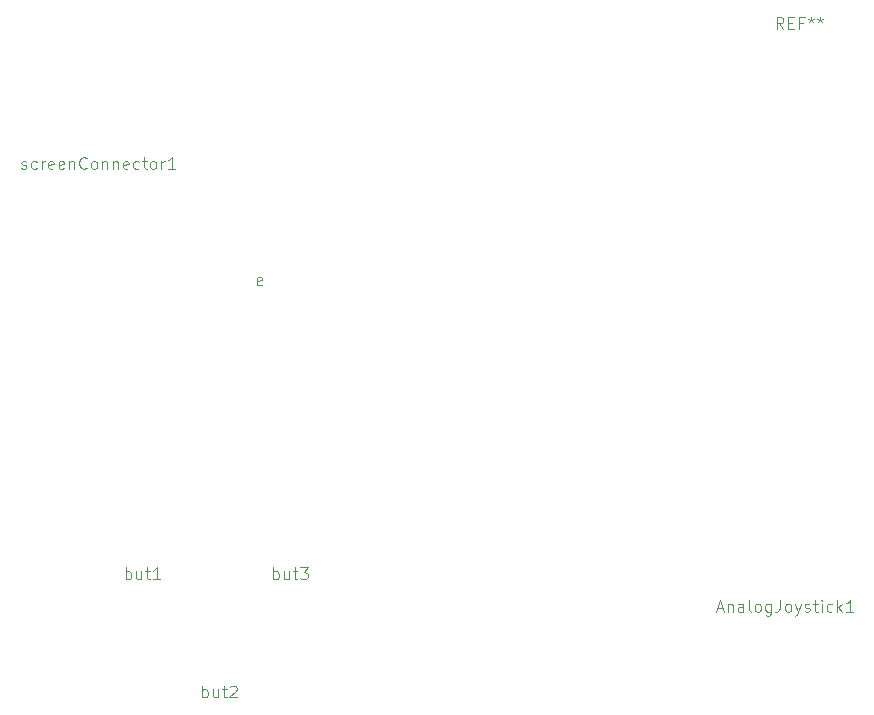
<source format=gto>
%TF.GenerationSoftware,KiCad,Pcbnew,9.0.0*%
%TF.CreationDate,2025-03-20T22:52:04+00:00*%
%TF.ProjectId,PicoConsole,5069636f-436f-46e7-936f-6c652e6b6963,rev?*%
%TF.SameCoordinates,Original*%
%TF.FileFunction,Legend,Top*%
%TF.FilePolarity,Positive*%
%FSLAX46Y46*%
G04 Gerber Fmt 4.6, Leading zero omitted, Abs format (unit mm)*
G04 Created by KiCad (PCBNEW 9.0.0) date 2025-03-20 22:52:04*
%MOMM*%
%LPD*%
G01*
G04 APERTURE LIST*
%ADD10C,0.100000*%
G04 APERTURE END LIST*
D10*
X77321428Y-98707419D02*
X77321428Y-97707419D01*
X77321428Y-98088371D02*
X77416666Y-98040752D01*
X77416666Y-98040752D02*
X77607142Y-98040752D01*
X77607142Y-98040752D02*
X77702380Y-98088371D01*
X77702380Y-98088371D02*
X77749999Y-98135990D01*
X77749999Y-98135990D02*
X77797618Y-98231228D01*
X77797618Y-98231228D02*
X77797618Y-98516942D01*
X77797618Y-98516942D02*
X77749999Y-98612180D01*
X77749999Y-98612180D02*
X77702380Y-98659800D01*
X77702380Y-98659800D02*
X77607142Y-98707419D01*
X77607142Y-98707419D02*
X77416666Y-98707419D01*
X77416666Y-98707419D02*
X77321428Y-98659800D01*
X78654761Y-98040752D02*
X78654761Y-98707419D01*
X78226190Y-98040752D02*
X78226190Y-98564561D01*
X78226190Y-98564561D02*
X78273809Y-98659800D01*
X78273809Y-98659800D02*
X78369047Y-98707419D01*
X78369047Y-98707419D02*
X78511904Y-98707419D01*
X78511904Y-98707419D02*
X78607142Y-98659800D01*
X78607142Y-98659800D02*
X78654761Y-98612180D01*
X78988095Y-98040752D02*
X79369047Y-98040752D01*
X79130952Y-97707419D02*
X79130952Y-98564561D01*
X79130952Y-98564561D02*
X79178571Y-98659800D01*
X79178571Y-98659800D02*
X79273809Y-98707419D01*
X79273809Y-98707419D02*
X79369047Y-98707419D01*
X79654762Y-97802657D02*
X79702381Y-97755038D01*
X79702381Y-97755038D02*
X79797619Y-97707419D01*
X79797619Y-97707419D02*
X80035714Y-97707419D01*
X80035714Y-97707419D02*
X80130952Y-97755038D01*
X80130952Y-97755038D02*
X80178571Y-97802657D01*
X80178571Y-97802657D02*
X80226190Y-97897895D01*
X80226190Y-97897895D02*
X80226190Y-97993133D01*
X80226190Y-97993133D02*
X80178571Y-98135990D01*
X80178571Y-98135990D02*
X79607143Y-98707419D01*
X79607143Y-98707419D02*
X80226190Y-98707419D01*
X61999999Y-53909800D02*
X62095237Y-53957419D01*
X62095237Y-53957419D02*
X62285713Y-53957419D01*
X62285713Y-53957419D02*
X62380951Y-53909800D01*
X62380951Y-53909800D02*
X62428570Y-53814561D01*
X62428570Y-53814561D02*
X62428570Y-53766942D01*
X62428570Y-53766942D02*
X62380951Y-53671704D01*
X62380951Y-53671704D02*
X62285713Y-53624085D01*
X62285713Y-53624085D02*
X62142856Y-53624085D01*
X62142856Y-53624085D02*
X62047618Y-53576466D01*
X62047618Y-53576466D02*
X61999999Y-53481228D01*
X61999999Y-53481228D02*
X61999999Y-53433609D01*
X61999999Y-53433609D02*
X62047618Y-53338371D01*
X62047618Y-53338371D02*
X62142856Y-53290752D01*
X62142856Y-53290752D02*
X62285713Y-53290752D01*
X62285713Y-53290752D02*
X62380951Y-53338371D01*
X63285713Y-53909800D02*
X63190475Y-53957419D01*
X63190475Y-53957419D02*
X62999999Y-53957419D01*
X62999999Y-53957419D02*
X62904761Y-53909800D01*
X62904761Y-53909800D02*
X62857142Y-53862180D01*
X62857142Y-53862180D02*
X62809523Y-53766942D01*
X62809523Y-53766942D02*
X62809523Y-53481228D01*
X62809523Y-53481228D02*
X62857142Y-53385990D01*
X62857142Y-53385990D02*
X62904761Y-53338371D01*
X62904761Y-53338371D02*
X62999999Y-53290752D01*
X62999999Y-53290752D02*
X63190475Y-53290752D01*
X63190475Y-53290752D02*
X63285713Y-53338371D01*
X63714285Y-53957419D02*
X63714285Y-53290752D01*
X63714285Y-53481228D02*
X63761904Y-53385990D01*
X63761904Y-53385990D02*
X63809523Y-53338371D01*
X63809523Y-53338371D02*
X63904761Y-53290752D01*
X63904761Y-53290752D02*
X63999999Y-53290752D01*
X64714285Y-53909800D02*
X64619047Y-53957419D01*
X64619047Y-53957419D02*
X64428571Y-53957419D01*
X64428571Y-53957419D02*
X64333333Y-53909800D01*
X64333333Y-53909800D02*
X64285714Y-53814561D01*
X64285714Y-53814561D02*
X64285714Y-53433609D01*
X64285714Y-53433609D02*
X64333333Y-53338371D01*
X64333333Y-53338371D02*
X64428571Y-53290752D01*
X64428571Y-53290752D02*
X64619047Y-53290752D01*
X64619047Y-53290752D02*
X64714285Y-53338371D01*
X64714285Y-53338371D02*
X64761904Y-53433609D01*
X64761904Y-53433609D02*
X64761904Y-53528847D01*
X64761904Y-53528847D02*
X64285714Y-53624085D01*
X65571428Y-53909800D02*
X65476190Y-53957419D01*
X65476190Y-53957419D02*
X65285714Y-53957419D01*
X65285714Y-53957419D02*
X65190476Y-53909800D01*
X65190476Y-53909800D02*
X65142857Y-53814561D01*
X65142857Y-53814561D02*
X65142857Y-53433609D01*
X65142857Y-53433609D02*
X65190476Y-53338371D01*
X65190476Y-53338371D02*
X65285714Y-53290752D01*
X65285714Y-53290752D02*
X65476190Y-53290752D01*
X65476190Y-53290752D02*
X65571428Y-53338371D01*
X65571428Y-53338371D02*
X65619047Y-53433609D01*
X65619047Y-53433609D02*
X65619047Y-53528847D01*
X65619047Y-53528847D02*
X65142857Y-53624085D01*
X66047619Y-53290752D02*
X66047619Y-53957419D01*
X66047619Y-53385990D02*
X66095238Y-53338371D01*
X66095238Y-53338371D02*
X66190476Y-53290752D01*
X66190476Y-53290752D02*
X66333333Y-53290752D01*
X66333333Y-53290752D02*
X66428571Y-53338371D01*
X66428571Y-53338371D02*
X66476190Y-53433609D01*
X66476190Y-53433609D02*
X66476190Y-53957419D01*
X67523809Y-53862180D02*
X67476190Y-53909800D01*
X67476190Y-53909800D02*
X67333333Y-53957419D01*
X67333333Y-53957419D02*
X67238095Y-53957419D01*
X67238095Y-53957419D02*
X67095238Y-53909800D01*
X67095238Y-53909800D02*
X67000000Y-53814561D01*
X67000000Y-53814561D02*
X66952381Y-53719323D01*
X66952381Y-53719323D02*
X66904762Y-53528847D01*
X66904762Y-53528847D02*
X66904762Y-53385990D01*
X66904762Y-53385990D02*
X66952381Y-53195514D01*
X66952381Y-53195514D02*
X67000000Y-53100276D01*
X67000000Y-53100276D02*
X67095238Y-53005038D01*
X67095238Y-53005038D02*
X67238095Y-52957419D01*
X67238095Y-52957419D02*
X67333333Y-52957419D01*
X67333333Y-52957419D02*
X67476190Y-53005038D01*
X67476190Y-53005038D02*
X67523809Y-53052657D01*
X68095238Y-53957419D02*
X68000000Y-53909800D01*
X68000000Y-53909800D02*
X67952381Y-53862180D01*
X67952381Y-53862180D02*
X67904762Y-53766942D01*
X67904762Y-53766942D02*
X67904762Y-53481228D01*
X67904762Y-53481228D02*
X67952381Y-53385990D01*
X67952381Y-53385990D02*
X68000000Y-53338371D01*
X68000000Y-53338371D02*
X68095238Y-53290752D01*
X68095238Y-53290752D02*
X68238095Y-53290752D01*
X68238095Y-53290752D02*
X68333333Y-53338371D01*
X68333333Y-53338371D02*
X68380952Y-53385990D01*
X68380952Y-53385990D02*
X68428571Y-53481228D01*
X68428571Y-53481228D02*
X68428571Y-53766942D01*
X68428571Y-53766942D02*
X68380952Y-53862180D01*
X68380952Y-53862180D02*
X68333333Y-53909800D01*
X68333333Y-53909800D02*
X68238095Y-53957419D01*
X68238095Y-53957419D02*
X68095238Y-53957419D01*
X68857143Y-53290752D02*
X68857143Y-53957419D01*
X68857143Y-53385990D02*
X68904762Y-53338371D01*
X68904762Y-53338371D02*
X69000000Y-53290752D01*
X69000000Y-53290752D02*
X69142857Y-53290752D01*
X69142857Y-53290752D02*
X69238095Y-53338371D01*
X69238095Y-53338371D02*
X69285714Y-53433609D01*
X69285714Y-53433609D02*
X69285714Y-53957419D01*
X69761905Y-53290752D02*
X69761905Y-53957419D01*
X69761905Y-53385990D02*
X69809524Y-53338371D01*
X69809524Y-53338371D02*
X69904762Y-53290752D01*
X69904762Y-53290752D02*
X70047619Y-53290752D01*
X70047619Y-53290752D02*
X70142857Y-53338371D01*
X70142857Y-53338371D02*
X70190476Y-53433609D01*
X70190476Y-53433609D02*
X70190476Y-53957419D01*
X71047619Y-53909800D02*
X70952381Y-53957419D01*
X70952381Y-53957419D02*
X70761905Y-53957419D01*
X70761905Y-53957419D02*
X70666667Y-53909800D01*
X70666667Y-53909800D02*
X70619048Y-53814561D01*
X70619048Y-53814561D02*
X70619048Y-53433609D01*
X70619048Y-53433609D02*
X70666667Y-53338371D01*
X70666667Y-53338371D02*
X70761905Y-53290752D01*
X70761905Y-53290752D02*
X70952381Y-53290752D01*
X70952381Y-53290752D02*
X71047619Y-53338371D01*
X71047619Y-53338371D02*
X71095238Y-53433609D01*
X71095238Y-53433609D02*
X71095238Y-53528847D01*
X71095238Y-53528847D02*
X70619048Y-53624085D01*
X71952381Y-53909800D02*
X71857143Y-53957419D01*
X71857143Y-53957419D02*
X71666667Y-53957419D01*
X71666667Y-53957419D02*
X71571429Y-53909800D01*
X71571429Y-53909800D02*
X71523810Y-53862180D01*
X71523810Y-53862180D02*
X71476191Y-53766942D01*
X71476191Y-53766942D02*
X71476191Y-53481228D01*
X71476191Y-53481228D02*
X71523810Y-53385990D01*
X71523810Y-53385990D02*
X71571429Y-53338371D01*
X71571429Y-53338371D02*
X71666667Y-53290752D01*
X71666667Y-53290752D02*
X71857143Y-53290752D01*
X71857143Y-53290752D02*
X71952381Y-53338371D01*
X72238096Y-53290752D02*
X72619048Y-53290752D01*
X72380953Y-52957419D02*
X72380953Y-53814561D01*
X72380953Y-53814561D02*
X72428572Y-53909800D01*
X72428572Y-53909800D02*
X72523810Y-53957419D01*
X72523810Y-53957419D02*
X72619048Y-53957419D01*
X73095239Y-53957419D02*
X73000001Y-53909800D01*
X73000001Y-53909800D02*
X72952382Y-53862180D01*
X72952382Y-53862180D02*
X72904763Y-53766942D01*
X72904763Y-53766942D02*
X72904763Y-53481228D01*
X72904763Y-53481228D02*
X72952382Y-53385990D01*
X72952382Y-53385990D02*
X73000001Y-53338371D01*
X73000001Y-53338371D02*
X73095239Y-53290752D01*
X73095239Y-53290752D02*
X73238096Y-53290752D01*
X73238096Y-53290752D02*
X73333334Y-53338371D01*
X73333334Y-53338371D02*
X73380953Y-53385990D01*
X73380953Y-53385990D02*
X73428572Y-53481228D01*
X73428572Y-53481228D02*
X73428572Y-53766942D01*
X73428572Y-53766942D02*
X73380953Y-53862180D01*
X73380953Y-53862180D02*
X73333334Y-53909800D01*
X73333334Y-53909800D02*
X73238096Y-53957419D01*
X73238096Y-53957419D02*
X73095239Y-53957419D01*
X73857144Y-53957419D02*
X73857144Y-53290752D01*
X73857144Y-53481228D02*
X73904763Y-53385990D01*
X73904763Y-53385990D02*
X73952382Y-53338371D01*
X73952382Y-53338371D02*
X74047620Y-53290752D01*
X74047620Y-53290752D02*
X74142858Y-53290752D01*
X75000001Y-53957419D02*
X74428573Y-53957419D01*
X74714287Y-53957419D02*
X74714287Y-52957419D01*
X74714287Y-52957419D02*
X74619049Y-53100276D01*
X74619049Y-53100276D02*
X74523811Y-53195514D01*
X74523811Y-53195514D02*
X74428573Y-53243133D01*
X70821428Y-88707419D02*
X70821428Y-87707419D01*
X70821428Y-88088371D02*
X70916666Y-88040752D01*
X70916666Y-88040752D02*
X71107142Y-88040752D01*
X71107142Y-88040752D02*
X71202380Y-88088371D01*
X71202380Y-88088371D02*
X71249999Y-88135990D01*
X71249999Y-88135990D02*
X71297618Y-88231228D01*
X71297618Y-88231228D02*
X71297618Y-88516942D01*
X71297618Y-88516942D02*
X71249999Y-88612180D01*
X71249999Y-88612180D02*
X71202380Y-88659800D01*
X71202380Y-88659800D02*
X71107142Y-88707419D01*
X71107142Y-88707419D02*
X70916666Y-88707419D01*
X70916666Y-88707419D02*
X70821428Y-88659800D01*
X72154761Y-88040752D02*
X72154761Y-88707419D01*
X71726190Y-88040752D02*
X71726190Y-88564561D01*
X71726190Y-88564561D02*
X71773809Y-88659800D01*
X71773809Y-88659800D02*
X71869047Y-88707419D01*
X71869047Y-88707419D02*
X72011904Y-88707419D01*
X72011904Y-88707419D02*
X72107142Y-88659800D01*
X72107142Y-88659800D02*
X72154761Y-88612180D01*
X72488095Y-88040752D02*
X72869047Y-88040752D01*
X72630952Y-87707419D02*
X72630952Y-88564561D01*
X72630952Y-88564561D02*
X72678571Y-88659800D01*
X72678571Y-88659800D02*
X72773809Y-88707419D01*
X72773809Y-88707419D02*
X72869047Y-88707419D01*
X73726190Y-88707419D02*
X73154762Y-88707419D01*
X73440476Y-88707419D02*
X73440476Y-87707419D01*
X73440476Y-87707419D02*
X73345238Y-87850276D01*
X73345238Y-87850276D02*
X73250000Y-87945514D01*
X73250000Y-87945514D02*
X73154762Y-87993133D01*
X82340476Y-63759800D02*
X82245238Y-63807419D01*
X82245238Y-63807419D02*
X82054762Y-63807419D01*
X82054762Y-63807419D02*
X81959524Y-63759800D01*
X81959524Y-63759800D02*
X81911905Y-63664561D01*
X81911905Y-63664561D02*
X81911905Y-63283609D01*
X81911905Y-63283609D02*
X81959524Y-63188371D01*
X81959524Y-63188371D02*
X82054762Y-63140752D01*
X82054762Y-63140752D02*
X82245238Y-63140752D01*
X82245238Y-63140752D02*
X82340476Y-63188371D01*
X82340476Y-63188371D02*
X82388095Y-63283609D01*
X82388095Y-63283609D02*
X82388095Y-63378847D01*
X82388095Y-63378847D02*
X81911905Y-63474085D01*
X126516666Y-42107419D02*
X126183333Y-41631228D01*
X125945238Y-42107419D02*
X125945238Y-41107419D01*
X125945238Y-41107419D02*
X126326190Y-41107419D01*
X126326190Y-41107419D02*
X126421428Y-41155038D01*
X126421428Y-41155038D02*
X126469047Y-41202657D01*
X126469047Y-41202657D02*
X126516666Y-41297895D01*
X126516666Y-41297895D02*
X126516666Y-41440752D01*
X126516666Y-41440752D02*
X126469047Y-41535990D01*
X126469047Y-41535990D02*
X126421428Y-41583609D01*
X126421428Y-41583609D02*
X126326190Y-41631228D01*
X126326190Y-41631228D02*
X125945238Y-41631228D01*
X126945238Y-41583609D02*
X127278571Y-41583609D01*
X127421428Y-42107419D02*
X126945238Y-42107419D01*
X126945238Y-42107419D02*
X126945238Y-41107419D01*
X126945238Y-41107419D02*
X127421428Y-41107419D01*
X128183333Y-41583609D02*
X127850000Y-41583609D01*
X127850000Y-42107419D02*
X127850000Y-41107419D01*
X127850000Y-41107419D02*
X128326190Y-41107419D01*
X128850000Y-41107419D02*
X128850000Y-41345514D01*
X128611905Y-41250276D02*
X128850000Y-41345514D01*
X128850000Y-41345514D02*
X129088095Y-41250276D01*
X128707143Y-41535990D02*
X128850000Y-41345514D01*
X128850000Y-41345514D02*
X128992857Y-41535990D01*
X129611905Y-41107419D02*
X129611905Y-41345514D01*
X129373810Y-41250276D02*
X129611905Y-41345514D01*
X129611905Y-41345514D02*
X129850000Y-41250276D01*
X129469048Y-41535990D02*
X129611905Y-41345514D01*
X129611905Y-41345514D02*
X129754762Y-41535990D01*
X83321428Y-88707419D02*
X83321428Y-87707419D01*
X83321428Y-88088371D02*
X83416666Y-88040752D01*
X83416666Y-88040752D02*
X83607142Y-88040752D01*
X83607142Y-88040752D02*
X83702380Y-88088371D01*
X83702380Y-88088371D02*
X83749999Y-88135990D01*
X83749999Y-88135990D02*
X83797618Y-88231228D01*
X83797618Y-88231228D02*
X83797618Y-88516942D01*
X83797618Y-88516942D02*
X83749999Y-88612180D01*
X83749999Y-88612180D02*
X83702380Y-88659800D01*
X83702380Y-88659800D02*
X83607142Y-88707419D01*
X83607142Y-88707419D02*
X83416666Y-88707419D01*
X83416666Y-88707419D02*
X83321428Y-88659800D01*
X84654761Y-88040752D02*
X84654761Y-88707419D01*
X84226190Y-88040752D02*
X84226190Y-88564561D01*
X84226190Y-88564561D02*
X84273809Y-88659800D01*
X84273809Y-88659800D02*
X84369047Y-88707419D01*
X84369047Y-88707419D02*
X84511904Y-88707419D01*
X84511904Y-88707419D02*
X84607142Y-88659800D01*
X84607142Y-88659800D02*
X84654761Y-88612180D01*
X84988095Y-88040752D02*
X85369047Y-88040752D01*
X85130952Y-87707419D02*
X85130952Y-88564561D01*
X85130952Y-88564561D02*
X85178571Y-88659800D01*
X85178571Y-88659800D02*
X85273809Y-88707419D01*
X85273809Y-88707419D02*
X85369047Y-88707419D01*
X85607143Y-87707419D02*
X86226190Y-87707419D01*
X86226190Y-87707419D02*
X85892857Y-88088371D01*
X85892857Y-88088371D02*
X86035714Y-88088371D01*
X86035714Y-88088371D02*
X86130952Y-88135990D01*
X86130952Y-88135990D02*
X86178571Y-88183609D01*
X86178571Y-88183609D02*
X86226190Y-88278847D01*
X86226190Y-88278847D02*
X86226190Y-88516942D01*
X86226190Y-88516942D02*
X86178571Y-88612180D01*
X86178571Y-88612180D02*
X86130952Y-88659800D01*
X86130952Y-88659800D02*
X86035714Y-88707419D01*
X86035714Y-88707419D02*
X85750000Y-88707419D01*
X85750000Y-88707419D02*
X85654762Y-88659800D01*
X85654762Y-88659800D02*
X85607143Y-88612180D01*
X120888094Y-91171704D02*
X121364284Y-91171704D01*
X120792856Y-91457419D02*
X121126189Y-90457419D01*
X121126189Y-90457419D02*
X121459522Y-91457419D01*
X121792856Y-90790752D02*
X121792856Y-91457419D01*
X121792856Y-90885990D02*
X121840475Y-90838371D01*
X121840475Y-90838371D02*
X121935713Y-90790752D01*
X121935713Y-90790752D02*
X122078570Y-90790752D01*
X122078570Y-90790752D02*
X122173808Y-90838371D01*
X122173808Y-90838371D02*
X122221427Y-90933609D01*
X122221427Y-90933609D02*
X122221427Y-91457419D01*
X123126189Y-91457419D02*
X123126189Y-90933609D01*
X123126189Y-90933609D02*
X123078570Y-90838371D01*
X123078570Y-90838371D02*
X122983332Y-90790752D01*
X122983332Y-90790752D02*
X122792856Y-90790752D01*
X122792856Y-90790752D02*
X122697618Y-90838371D01*
X123126189Y-91409800D02*
X123030951Y-91457419D01*
X123030951Y-91457419D02*
X122792856Y-91457419D01*
X122792856Y-91457419D02*
X122697618Y-91409800D01*
X122697618Y-91409800D02*
X122649999Y-91314561D01*
X122649999Y-91314561D02*
X122649999Y-91219323D01*
X122649999Y-91219323D02*
X122697618Y-91124085D01*
X122697618Y-91124085D02*
X122792856Y-91076466D01*
X122792856Y-91076466D02*
X123030951Y-91076466D01*
X123030951Y-91076466D02*
X123126189Y-91028847D01*
X123745237Y-91457419D02*
X123649999Y-91409800D01*
X123649999Y-91409800D02*
X123602380Y-91314561D01*
X123602380Y-91314561D02*
X123602380Y-90457419D01*
X124269047Y-91457419D02*
X124173809Y-91409800D01*
X124173809Y-91409800D02*
X124126190Y-91362180D01*
X124126190Y-91362180D02*
X124078571Y-91266942D01*
X124078571Y-91266942D02*
X124078571Y-90981228D01*
X124078571Y-90981228D02*
X124126190Y-90885990D01*
X124126190Y-90885990D02*
X124173809Y-90838371D01*
X124173809Y-90838371D02*
X124269047Y-90790752D01*
X124269047Y-90790752D02*
X124411904Y-90790752D01*
X124411904Y-90790752D02*
X124507142Y-90838371D01*
X124507142Y-90838371D02*
X124554761Y-90885990D01*
X124554761Y-90885990D02*
X124602380Y-90981228D01*
X124602380Y-90981228D02*
X124602380Y-91266942D01*
X124602380Y-91266942D02*
X124554761Y-91362180D01*
X124554761Y-91362180D02*
X124507142Y-91409800D01*
X124507142Y-91409800D02*
X124411904Y-91457419D01*
X124411904Y-91457419D02*
X124269047Y-91457419D01*
X125459523Y-90790752D02*
X125459523Y-91600276D01*
X125459523Y-91600276D02*
X125411904Y-91695514D01*
X125411904Y-91695514D02*
X125364285Y-91743133D01*
X125364285Y-91743133D02*
X125269047Y-91790752D01*
X125269047Y-91790752D02*
X125126190Y-91790752D01*
X125126190Y-91790752D02*
X125030952Y-91743133D01*
X125459523Y-91409800D02*
X125364285Y-91457419D01*
X125364285Y-91457419D02*
X125173809Y-91457419D01*
X125173809Y-91457419D02*
X125078571Y-91409800D01*
X125078571Y-91409800D02*
X125030952Y-91362180D01*
X125030952Y-91362180D02*
X124983333Y-91266942D01*
X124983333Y-91266942D02*
X124983333Y-90981228D01*
X124983333Y-90981228D02*
X125030952Y-90885990D01*
X125030952Y-90885990D02*
X125078571Y-90838371D01*
X125078571Y-90838371D02*
X125173809Y-90790752D01*
X125173809Y-90790752D02*
X125364285Y-90790752D01*
X125364285Y-90790752D02*
X125459523Y-90838371D01*
X126221428Y-90457419D02*
X126221428Y-91171704D01*
X126221428Y-91171704D02*
X126173809Y-91314561D01*
X126173809Y-91314561D02*
X126078571Y-91409800D01*
X126078571Y-91409800D02*
X125935714Y-91457419D01*
X125935714Y-91457419D02*
X125840476Y-91457419D01*
X126840476Y-91457419D02*
X126745238Y-91409800D01*
X126745238Y-91409800D02*
X126697619Y-91362180D01*
X126697619Y-91362180D02*
X126650000Y-91266942D01*
X126650000Y-91266942D02*
X126650000Y-90981228D01*
X126650000Y-90981228D02*
X126697619Y-90885990D01*
X126697619Y-90885990D02*
X126745238Y-90838371D01*
X126745238Y-90838371D02*
X126840476Y-90790752D01*
X126840476Y-90790752D02*
X126983333Y-90790752D01*
X126983333Y-90790752D02*
X127078571Y-90838371D01*
X127078571Y-90838371D02*
X127126190Y-90885990D01*
X127126190Y-90885990D02*
X127173809Y-90981228D01*
X127173809Y-90981228D02*
X127173809Y-91266942D01*
X127173809Y-91266942D02*
X127126190Y-91362180D01*
X127126190Y-91362180D02*
X127078571Y-91409800D01*
X127078571Y-91409800D02*
X126983333Y-91457419D01*
X126983333Y-91457419D02*
X126840476Y-91457419D01*
X127507143Y-90790752D02*
X127745238Y-91457419D01*
X127983333Y-90790752D02*
X127745238Y-91457419D01*
X127745238Y-91457419D02*
X127650000Y-91695514D01*
X127650000Y-91695514D02*
X127602381Y-91743133D01*
X127602381Y-91743133D02*
X127507143Y-91790752D01*
X128316667Y-91409800D02*
X128411905Y-91457419D01*
X128411905Y-91457419D02*
X128602381Y-91457419D01*
X128602381Y-91457419D02*
X128697619Y-91409800D01*
X128697619Y-91409800D02*
X128745238Y-91314561D01*
X128745238Y-91314561D02*
X128745238Y-91266942D01*
X128745238Y-91266942D02*
X128697619Y-91171704D01*
X128697619Y-91171704D02*
X128602381Y-91124085D01*
X128602381Y-91124085D02*
X128459524Y-91124085D01*
X128459524Y-91124085D02*
X128364286Y-91076466D01*
X128364286Y-91076466D02*
X128316667Y-90981228D01*
X128316667Y-90981228D02*
X128316667Y-90933609D01*
X128316667Y-90933609D02*
X128364286Y-90838371D01*
X128364286Y-90838371D02*
X128459524Y-90790752D01*
X128459524Y-90790752D02*
X128602381Y-90790752D01*
X128602381Y-90790752D02*
X128697619Y-90838371D01*
X129030953Y-90790752D02*
X129411905Y-90790752D01*
X129173810Y-90457419D02*
X129173810Y-91314561D01*
X129173810Y-91314561D02*
X129221429Y-91409800D01*
X129221429Y-91409800D02*
X129316667Y-91457419D01*
X129316667Y-91457419D02*
X129411905Y-91457419D01*
X129745239Y-91457419D02*
X129745239Y-90790752D01*
X129745239Y-90457419D02*
X129697620Y-90505038D01*
X129697620Y-90505038D02*
X129745239Y-90552657D01*
X129745239Y-90552657D02*
X129792858Y-90505038D01*
X129792858Y-90505038D02*
X129745239Y-90457419D01*
X129745239Y-90457419D02*
X129745239Y-90552657D01*
X130650000Y-91409800D02*
X130554762Y-91457419D01*
X130554762Y-91457419D02*
X130364286Y-91457419D01*
X130364286Y-91457419D02*
X130269048Y-91409800D01*
X130269048Y-91409800D02*
X130221429Y-91362180D01*
X130221429Y-91362180D02*
X130173810Y-91266942D01*
X130173810Y-91266942D02*
X130173810Y-90981228D01*
X130173810Y-90981228D02*
X130221429Y-90885990D01*
X130221429Y-90885990D02*
X130269048Y-90838371D01*
X130269048Y-90838371D02*
X130364286Y-90790752D01*
X130364286Y-90790752D02*
X130554762Y-90790752D01*
X130554762Y-90790752D02*
X130650000Y-90838371D01*
X131078572Y-91457419D02*
X131078572Y-90457419D01*
X131173810Y-91076466D02*
X131459524Y-91457419D01*
X131459524Y-90790752D02*
X131078572Y-91171704D01*
X132411905Y-91457419D02*
X131840477Y-91457419D01*
X132126191Y-91457419D02*
X132126191Y-90457419D01*
X132126191Y-90457419D02*
X132030953Y-90600276D01*
X132030953Y-90600276D02*
X131935715Y-90695514D01*
X131935715Y-90695514D02*
X131840477Y-90743133D01*
M02*

</source>
